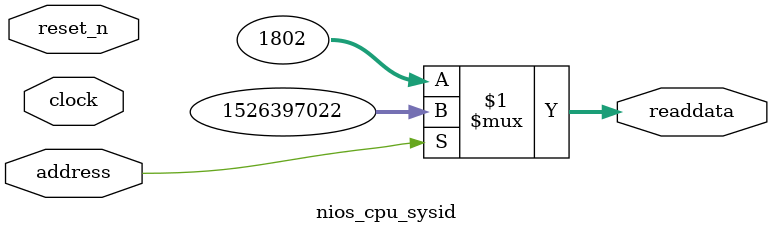
<source format=v>

`timescale 1ns / 1ps
// synthesis translate_on

// turn off superfluous verilog processor warnings 
// altera message_level Level1 
// altera message_off 10034 10035 10036 10037 10230 10240 10030 

module nios_cpu_sysid (
               // inputs:
                address,
                clock,
                reset_n,

               // outputs:
                readdata
             )
;

  output  [ 31: 0] readdata;
  input            address;
  input            clock;
  input            reset_n;

  wire    [ 31: 0] readdata;
  //control_slave, which is an e_avalon_slave
  assign readdata = address ? 1526397022 : 1802;

endmodule




</source>
